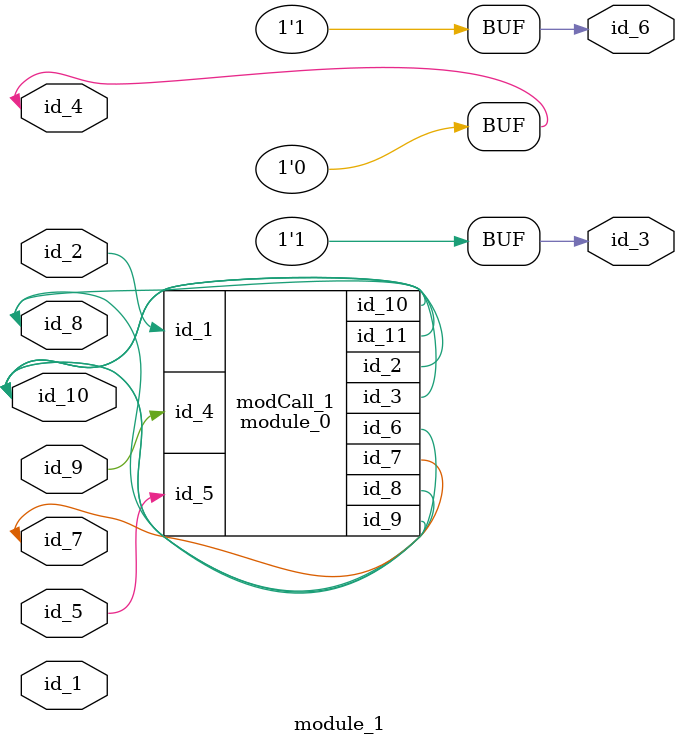
<source format=v>
module module_0 (
    id_1,
    id_2,
    id_3,
    id_4,
    id_5,
    id_6,
    id_7,
    id_8,
    id_9,
    id_10,
    id_11
);
  output wire id_11;
  output wire id_10;
  output wire id_9;
  output wire id_8;
  inout wire id_7;
  output wire id_6;
  input wire id_5;
  input wire id_4;
  output wire id_3;
  inout wire id_2;
  input wire id_1;
  wire id_12;
endmodule
module module_1 (
    id_1,
    id_2,
    id_3,
    id_4,
    id_5,
    id_6,
    id_7,
    id_8,
    id_9,
    id_10
);
  inout wire id_10;
  inout wire id_9;
  inout wire id_8;
  inout wire id_7;
  output wire id_6;
  input wire id_5;
  inout wire id_4;
  output wire id_3;
  input wire id_2;
  input wire id_1;
  assign id_4 = 'b0;
  module_0 modCall_1 (
      id_2,
      id_8,
      id_10,
      id_9,
      id_5,
      id_8,
      id_7,
      id_10,
      id_10,
      id_10,
      id_10
  );
  assign id_6[1'b0] = 1;
  assign id_3 = 1 == 1;
endmodule

</source>
